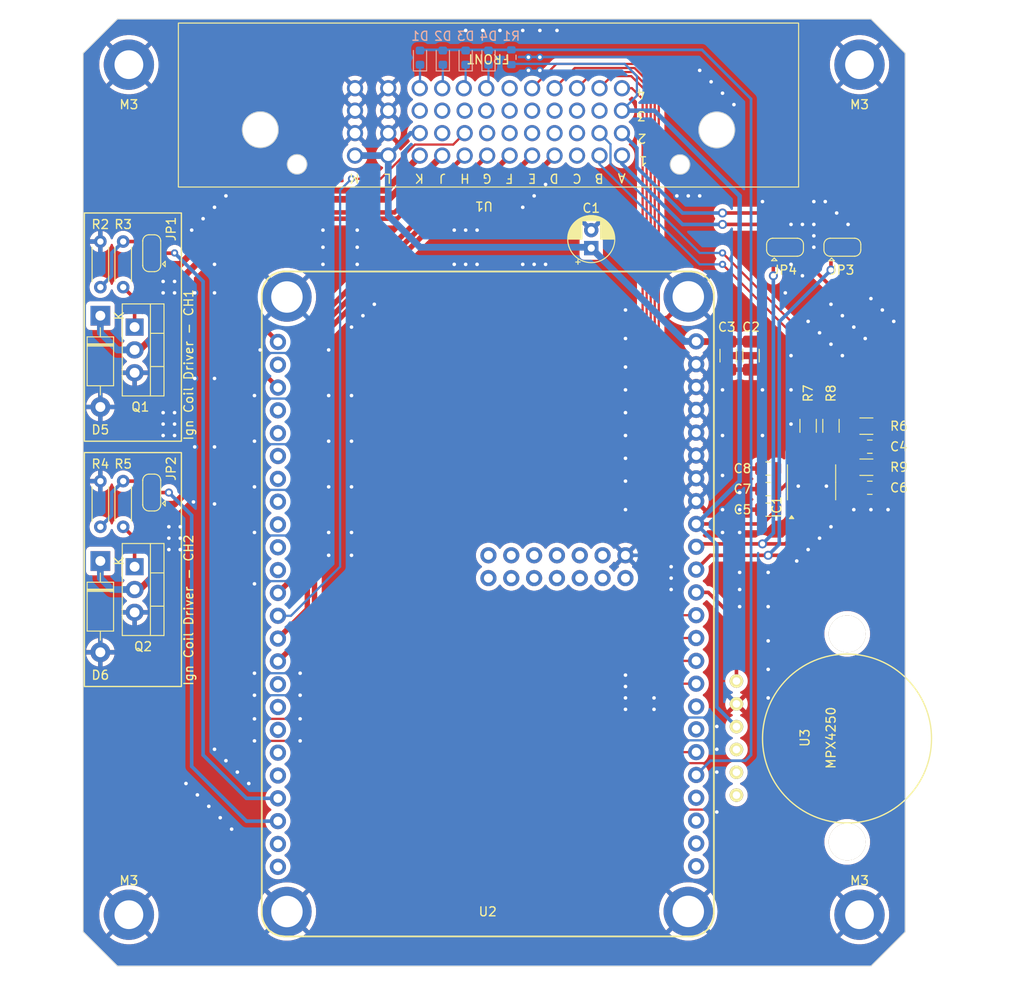
<source format=kicad_pcb>
(kicad_pcb (version 20240108) (generator "pcbnew") (generator_version "8.0")
  (layers (0 "F.Cu" signal) (31 "B.Cu" signal) (34 "B.Paste" user) (35 "F.Paste" user) (36 "B.SilkS" user "B.Silkscreen") (37 "F.SilkS" user "F.Silkscreen") (38 "B.Mask" user) (39 "F.Mask" user) (44 "Edge.Cuts" user))
  (net 0 "")
  (net 1 "BIKE_+12V_SWITCHED_IN")
  (net 2 "BIKE_GROUND")
  (net 3 "Net-(IC1-IN1+)")
  (net 4 "Net-(IC1-IN1-)")
  (net 5 "SNSR_+5V")
  (net 6 "Net-(IC1-IN2-)")
  (net 7 "Net-(IC1-IN2+)")
  (net 8 "IGN_COIL1_DRIVE")
  (net 9 "IGN_COIL2_DRIVE")
  (net 10 "SAFE_SIGNAL")
  (net 11 "SideStand_SWITCH")
  (net 12 "Neutral_SWITCH")
  (net 13 "Clutch_SWITCH")
  (net 14 "SPR1_SWITCH")
  (net 15 "Net-(JP1-B)")
  (net 16 "IGN_TRIG_1")
  (net 17 "IGN_TRIG_2")
  (net 18 "Net-(JP2-B)")
  (net 19 "Net-(JP3-B)")
  (net 20 "CRANK_SNSR")
  (net 21 "CRANK_SIGNAL")
  (net 22 "CAM_SIGNAL")
  (net 23 "CAM_SNSR")
  (net 24 "Net-(JP4-B)")
  (net 25 "Net-(Q1-G)")
  (net 26 "Net-(Q2-G)")
  (net 27 "CRANK_SNSR_VR-")
  (net 28 "CAM_SNSR_VR-")
  (net 29 "/INJ2_TRIG")
  (net 30 "/TACHO")
  (net 31 "/FLEX_SNSR")
  (net 32 "/FAN_CTL")
  (net 34 "/CLT_SNSR")
  (net 35 "/FUEL_PUMP")
  (net 36 "/NEUTRAL_LIGHT")
  (net 37 "SPR2_SWITCH")
  (net 39 "/TPS_SNSR")
  (net 40 "/IDLE_1")
  (net 41 "/IAT_SNSR")
  (net 43 "/INJ1_TRIG")
  (net 44 "/02_SNSR")
  (net 51 "IGN_TRIG_3")
  (net 61 "IGN_TRIG_4")
  (net 63 "NEUTRAL_SIGNAL")
  (net 65 "/INJ4_TRIG")
  (net 77 "/INJ3_TRIG")
  (net 79 "Net-(U2B-MAP_IN)")
  (footprint "Diode_THT:D_DO-41_SOD81_P10.16mm_Horizontal" (layer "F.Cu") (at 60.96 59.69 -90)
    (property "Reference" "D5")
    (property "Value" "1N4007")
  )
  (footprint "Resistor_SMD:R_1206_3216Metric" (layer "F.Cu") (at 146.179 71.9835 180)
    (property "Reference" "R6")
    (property "Value" "10k")
  )
  (footprint "Resistor_THT:R_Axial_DIN0204_L3.6mm_D1.6mm_P5.08mm_Horizontal" (layer "F.Cu") (at 63.5 83.185 90)
    (property "Reference" "R5")
    (property "Value" "1k")
  )
  (footprint "Resistor_THT:R_Axial_DIN0204_L3.6mm_D1.6mm_P5.08mm_Horizontal" (layer "F.Cu") (at 60.96 56.515 90)
    (property "Reference" "R2")
    (property "Value" "10k")
  )
  (footprint "Resistor_THT:R_Axial_DIN0204_L3.6mm_D1.6mm_P5.08mm_Horizontal" (layer "F.Cu") (at 63.5 56.515 90)
    (property "Reference" "R3")
    (property "Value" "1k")
  )
  (footprint "Resistor_SMD:R_1206_3216Metric" (layer "F.Cu") (at 139.7 71.9475 -90)
    (property "Reference" "R7")
    (property "Value" "10k")
  )
  (footprint "Jumper:SolderJumper-3_P1.3mm_Open_RoundedPad1.0x1.5mm" (layer "F.Cu") (at 66.675 52.735 90)
    (property "Reference" "JP1")
    (property "Value" "SolderJumper_3_Open" (hide yes))
  )
  (footprint "Resistor_SMD:R_1206_3216Metric" (layer "F.Cu") (at 142.24 71.9475 -90)
    (property "Reference" "R8")
    (property "Value" "10k")
  )
  (footprint "Capacitor_SMD:C_0805_2012Metric" (layer "F.Cu") (at 135.255 76.708 180)
    (property "Reference" "C8")
    (property "Value" "1uF")
  )
  (footprint "Capacitor_THT:CP_Radial_D5.0mm_P2.00mm" (layer "F.Cu") (at 115.57 52.165 90)
    (property "Reference" "C1")
    (property "Value" "10uF")
  )
  (footprint "MountingHole:MountingHole_3.2mm_M3_DIN965_Pad" (layer "F.Cu") (at 64.135 31.75)
    (property "Reference" "M3")
    (property "Value" "MountingHole_3.2mm_M3_DIN965_Pad")
  )
  (footprint "CORE4:Core4_rev1" (layer "F.Cu") (at 80.715 62.61)
    (property "Reference" "U2")
    (property "Value" "core4")
  )
  (footprint "Capacitor_SMD:C_0805_2012Metric" (layer "F.Cu") (at 135.255 78.994 180)
    (property "Reference" "C7")
    (property "Value" "100nF")
  )
  (footprint "Resistor_SMD:R_1206_3216Metric" (layer "F.Cu") (at 146.179 76.5555 180)
    (property "Reference" "R9")
    (property "Value" "10k")
  )
  (footprint "Capacitor_SMD:C_0805_2012Metric" (layer "F.Cu") (at 146.5605 78.8415)
    (property "Reference" "C6")
    (property "Value" "1nF")
  )
  (footprint "Capacitor_SMD:C_0805_2012Metric" (layer "F.Cu") (at 135.255 81.28 180)
    (property "Reference" "C5")
    (property "Value" "10nF")
  )
  (footprint "MountingHole:MountingHole_3.2mm_M3_DIN965_Pad" (layer "F.Cu") (at 64.135 126.365)
    (property "Reference" "M3")
    (property "Value" "MountingHole_3.2mm_M3_DIN965_Pad")
  )
  (footprint "Capacitor_SMD:C_1206_3216Metric_Pad1.33x1.80mm_HandSolder" (layer "F.Cu") (at 133.35 64.135 -90)
    (property "Reference" "C2")
    (property "Value" "100nF" (hide yes))
  )
  (footprint "Jumper:SolderJumper-3_P1.3mm_Open_RoundedPad1.0x1.5mm" (layer "F.Cu") (at 137.13 52.07)
    (property "Reference" "JP4")
    (property "Value" "CRANK - VR/Hall Selector")
  )
  (footprint "MountingHole:MountingHole_3.2mm_M3_DIN965_Pad" (layer "F.Cu") (at 145.415 31.75)
    (property "Reference" "M3")
    (property "Value" "MountingHole_3.2mm_M3_DIN965_Pad")
  )
  (footprint "Jumper:SolderJumper-3_P1.3mm_Open_RoundedPad1.0x1.5mm" (layer "F.Cu") (at 143.51 52.07)
    (property "Reference" "JP3")
    (property "Value" "CAM - VR/Hall Selector")
  )
  (footprint "Resistor_THT:R_Axial_DIN0204_L3.6mm_D1.6mm_P5.08mm_Horizontal" (layer "F.Cu") (at 60.96 83.185 90)
    (property "Reference" "R4")
    (property "Value" "10k")
  )
  (footprint "Package_TO_SOT_THT:TO-220-3_Vertical" (layer "F.Cu") (at 64.77 60.96 -90)
    (property "Reference" "Q1")
    (property "Value" "FGP3440G2-F085")
  )
  (footprint "Capacitor_SMD:C_0805_2012Metric" (layer "F.Cu") (at 146.5605 74.2695 180)
    (property "Reference" "C4")
    (property "Value" "1nF")
  )
  (footprint "Capacitor_SMD:C_1206_3216Metric_Pad1.33x1.80mm_HandSolder" (layer "F.Cu") (at 130.805 64.135 -90)
    (property "Reference" "C3")
    (property "Value" "1nF")
  )
  (footprint "Molex_CMC_Conn:Molex_CMC_48pin_Male_Black" (layer "F.Cu") (at 104.14 26.67 180)
    (property "Reference" "U1")
    (property "Value" "~")
  )
  (footprint "Jumper:SolderJumper-3_P1.3mm_Open_RoundedPad1.0x1.5mm" (layer "F.Cu") (at 66.675 79.375 90)
    (property "Reference" "JP2")
    (property "Value" "SolderJumper_3_Open" (hide yes))
  )
  (footprint "Diode_THT:D_DO-41_SOD81_P10.16mm_Horizontal" (layer "F.Cu") (at 60.96 86.995 -90)
    (property "Reference" "D6")
    (property "Value" "1N4007")
  )
  (footprint "Package_TO_SOT_THT:TO-220-3_Vertical" (layer "F.Cu") (at 64.77 87.63 -90)
    (property "Reference" "Q2")
    (property "Value" "FGP3440G2-F085")
  )
  (footprint "Package_SO:QSOP-16_3.9x4.9mm_P0.635mm" (layer "F.Cu") (at 140.081 78.236 90)
    (property "Reference" "IC1")
    (property "Value" "MAX9926UAEE_V+")
  )
  (footprint "MountingHole:MountingHole_3.2mm_M3_DIN965_Pad" (layer "F.Cu") (at 145.415 126.365)
    (property "Reference" "M3")
    (property "Value" "MountingHole_3.2mm_M3_DIN965_Pad")
  )
  (footprint "Misc:MPX4250" (layer "F.Cu") (at 131.726437 100.355 -90)
    (property "Reference" "U3")
    (property "Value" "MPX4250")
  )
  (footprint "Diode_SMD:D_0603_1608Metric" (layer "B.Cu") (at 104.14 30.9625 90)
    (property "Reference" "D4")
    (property "Value" "D")
  )
  (footprint "Diode_SMD:D_0603_1608Metric" (layer "B.Cu") (at 96.52 30.9625 90)
    (property "Reference" "D1")
    (property "Value" "D")
  )
  (footprint "Resistor_SMD:R_0603_1608Metric" (layer "B.Cu") (at 106.68 30.925 90)
    (property "Reference" "R1")
    (property "Value" "100k")
  )
  (footprint "Diode_SMD:D_0603_1608Metric" (layer "B.Cu") (at 99.06 30.9625 90)
    (property "Reference" "D2")
    (property "Value" "D")
  )
  (footprint "Diode_SMD:D_0603_1608Metric" (layer "B.Cu") (at 101.6 30.9625 90)
    (property "Reference" "D3")
    (property "Value" "D")
  )
  (gr_rect (start 59.182 48.26) (end 69.977 73.66) (stroke (width 0.15)) (fill none) (layer "F.SilkS"))
  (gr_rect (start 59.182 74.93) (end 69.977 100.965) (stroke (width 0.15)) (fill none) (layer "F.SilkS"))
  (gr_line (start 150.495 128.27) (end 146.685 132.08) (stroke (width 0.1)) (layer "Edge.Cuts"))
  (gr_line (start 62.865 26.67) (end 146.685 26.67) (stroke (width 0.1)) (layer "Edge.Cuts"))
  (gr_circle (center 125.446691 42.860983) (end 126.426499 43.335223) (stroke (width 0.1)) (fill none) (layer "Edge.Cuts"))
  (gr_line (start 62.865 26.67) (end 59.055 30.48) (stroke (width 0.1)) (layer "Edge.Cuts"))
  (gr_line (start 146.685 132.08) (end 62.865 132.08) (stroke (width 0.1)) (layer "Edge.Cuts"))
  (gr_line (start 59.055 128.27) (end 62.865 132.08) (stroke (width 0.1)) (layer "Edge.Cuts"))
  (gr_line (start 59.055 30.48) (end 59.055 128.27) (stroke (width 0.1)) (layer "Edge.Cuts"))
  (gr_circle (center 78.75339 38.990331) (end 77.664847 40.665546) (stroke (width 0.1)) (fill none) (layer "Edge.Cuts"))
  (gr_circle (center 129.538163 39.01128) (end 130.626706 40.686495) (stroke (width 0.1)) (fill none) (layer "Edge.Cuts"))
  (gr_line (start 146.685 26.67) (end 150.495 30.48) (stroke (width 0.1)) (layer "Edge.Cuts"))
  (gr_line (start 150.495 30.48) (end 150.495 128.27) (stroke (width 0.1)) (layer "Edge.Cuts"))
  (gr_circle (center 82.844862 42.840034) (end 81.865054 43.314274) (stroke (width 0.1)) (fill none) (layer "Edge.Cuts"))
  (gr_text "Ign Coil Driver - CH2" (at 71.374 100.965 90) (layer "F.SilkS") (effects (font (size 1 1)) (justify left bottom)))
  (gr_text "Ign Coil Driver - CH1" (at 71.374 73.66 90) (layer "F.SilkS") (effects (font (size 1 1)) (justify left bottom)))
  (segment (start 130.805 62.5725) (end 133.345 62.5725) (width 0.75) (layer "F.Cu") (net 1))
  (segment (start 96.49 39.4) (end 96.49 39.37) (width 0.75) (layer "F.Cu") (net 1))
  (segment (start 127.2675 62.5725) (end 127.245 62.55) (width 0.75) (layer "F.Cu") (net 1))
  (segment (start 130.805 62.5725) (end 127.2675 62.5725) (width 0.75) (layer "F.Cu") (net 1))
  (segment (start 115.57 52.165) (end 125.955 62.55) (width 0.75) (layer "B.Cu") (net 1))
  (segment (start 92.99 41.87) (end 92.99 48.54) (width 0.75) (layer "B.Cu") (net 1))
  (segment (start 115.475 52.07) (end 115.57 52.165) (width 0.75) (layer "B.Cu") (net 1))
  (segment (start 92.99 41.87) (end 89.29 41.87) (width 0.75) (layer "B.Cu") (net 1))
  (segment (start 95.49 39.37) (end 96.49 39.37) (width 0.5) (layer "B.Cu") (net 1))
  (segment (start 125.955 62.55) (end 127.245 62.55) (width 0.75) (layer "B.Cu") (net 1))
  (segment (start 92.99 48.54) (end 96.52 52.07) (width 0.75) (layer "B.Cu") (net 1))
  (segment (start 92.99 41.87) (end 95.49 39.37) (width 0.5) (layer "B.Cu") (net 1))
  (segment (start 96.52 52.07) (end 115.475 52.07) (width 0.75) (layer "B.Cu") (net 1))
  (segment (start 139.7635 77.5035) (end 139.7635 75.5985) (width 0.25) (layer "F.Cu") (net 2))
  (segment (start 129.54 110.49) (end 128.545 109.495) (width 0.25) (layer "F.Cu") (net 2))
  (segment (start 141.732 78.6635) (end 141.0335 77.965) (width 0.25) (layer "F.Cu") (net 2))
  (segment (start 122.555 102.235) (end 122.825 101.965) (width 0.25) (layer "F.Cu") (net 2))
  (segment (start 124.735 109.495) (end 119.38 104.14) (width 0.25) (layer "F.Cu") (net 2))
  (segment (start 128.545 109.495) (end 124.735 109.495) (width 0.25) (layer "F.Cu") (net 2))
  (segment (start 129.54 114.935) (end 129.27 114.665) (width 0.25) (layer "F.Cu") (net 2))
  (segment (start 138.768499 82.046) (end 139.1285 81.685999) (width 0.25) (layer "F.Cu") (net 2))
  (segment (start 141.0335 77.965) (end 141.0335 75.5985) (width 0.25) (layer "F.Cu") (net 2))
  (segment (start 142.3035 79.235) (end 142.3035 80.8735) (width 0.25) (layer "F.Cu") (net 2))
  (segment (start 138.6035 78.6635) (end 139.7635 77.5035) (width 0.25) (layer "F.Cu") (net 2))
  (segment (start 141.732 78.6635) (end 141.0335 79.362) (width 0.25) (layer "F.Cu") (net 2))
  (segment (start 139.1285 81.685999) (end 139.1285 80.8735) (width 0.25) (layer "F.Cu") (net 2))
  (segment (start 119.38 104.14) (end 119.38 103.505) (width 0.25) (layer "F.Cu") (net 2))
  (segment (start 129.27 114.665) (end 125.46 114.665) (width 0.25) (layer "F.Cu") (net 2))
  (segment (start 137.8585 79.4085) (end 137.8585 80.8735) (width 0.25) (layer "F.Cu") (net 2))
  (segment (start 78.105 104.565) (end 83.185 104.565) (width 0.25) (layer "F.Cu") (net 2))
  (segment (start 119.38 108.585) (end 119.38 103.505) (width 0.25) (layer "F.Cu") (net 2))
  (segment (start 141.732 78.6635) (end 142.3035 79.235) (width 0.25) (layer "F.Cu") (net 2))
  (segment (start 83.185 107.015) (end 78.105 107.015) (width 0.25) (layer "F.Cu") (net 2))
  (segment (start 141.0335 79.362) (end 141.0335 80.8735) (width 0.25) (layer "F.Cu") (net 2))
  (segment (start 137.8585 80.8735) (end 137.8585 81.685999) (width 0.25) (layer "F.Cu") (net 2))
  (segment (start 137.8585 81.685999) (end 138.218501 82.046) (width 0.25) (layer "F.Cu") (net 2))
  (segment (start 138.6035 78.6635) (end 137.8585 79.4085) (width 0.25) (layer "F.Cu") (net 2))
  (segment (start 125.46 114.665) (end 119.38 108.585) (width 0.25) (layer "F.Cu") (net 2))
  (segment (start 138.218501 82.046) (end 138.768499 82.046) (width 0.25) (layer "F.Cu") (net 2))
  (via (at 147.955 59.055) (size 0.8) (drill 0.4) (layers "F.Cu" "B.Cu") (net 2))
  (via (at 139.065 55.245) (size 0.8) (drill 0.4) (layers "F.Cu" "B.Cu") (net 2))
  (via (at 109.22 53.975) (size 0.8) (drill 0.4) (layers "F.Cu" "B.Cu") (net 2))
  (via (at 141.732 78.6635) (size 0.8) (drill 0.4) (layers "F.Cu" "B.Cu") (net 2))
  (via (at 67.945 57.15) (size 0.8) (drill 0.4) (layers "F.Cu" "B.Cu") (net 2))
  (via (at 69.85 83.185) (size 0.8) (drill 0.4) (layers "F.Cu" "B.Cu") (net 2))
  (via (at 127.635 32.385) (size 0.8) (drill 0.4) (layers "F.Cu" "B.Cu") (net 2))
  (via (at 132.08 92.075) (size 0.8) (drill 0.4) (layers "F.Cu" "B.Cu") (net 2))
  (via (at 141.605 46.99) (size 0.8) (drill 0.4) (layers "F.Cu" "B.Cu") (net 2))
  (via (at 86.36 63.5) (size 0.8) (drill 0.4) (layers "F.Cu" "B.Cu") (net 2))
  (via (at 69.215 57.15) (size 0.8) (drill 0.4) (layers "F.Cu" "B.Cu") (net 2))
  (via (at 78.105 68.58) (size 0.8) (drill 0.4) (layers "F.Cu" "B.Cu") (net 2))
  (via (at 111.76 27.94) (size 0.8) (drill 0.4) (layers "F.Cu" "B.Cu") (net 2))
  (via (at 124.46 88.9) (size 0.8) (drill 0.4) (layers "F.Cu" "B.Cu") (net 2))
  (via (at 134.62 73.025) (size 0.8) (drill 0.4) (layers "F.Cu" "B.Cu") (net 2))
  (via (at 144.145 49.53) (size 0.8) (drill 0.4) (layers "F.Cu" "B.Cu") (net 2))
  (via (at 78.105 83.82) (size 0.8) (drill 0.4) (layers "F.Cu" "B.Cu") (net 2))
  (via (at 74.295 115.57) (size 0.8) (drill 0.4) (layers "F.Cu" "B.Cu") (net 2))
  (via (at 109.852055 30.918844) (size 0.8) (drill 0.4) (layers "F.Cu" "B.Cu") (net 2))
  (via (at 146.685 57.785) (size 0.8) (drill 0.4) (layers "F.Cu" "B.Cu") (net 2))
  (via (at 119.38 75.565) (size 0.8) (drill 0.4) (layers "F.Cu" "B.Cu") (net 2))
  (via (at 129.54 110.49) (size 0.8) (drill 0.4) (layers "F.Cu" "B.Cu") (net 2))
  (via (at 130.175 77.47) (size 0.8) (drill 0.4) (layers "F.Cu" "B.Cu") (net 2))
  (via (at 71.46 74.295) (size 0.8) (drill 0.4) (layers "F.Cu" "B.Cu") (net 2))
  (via (at 135.255 102.235) (size 0.8) (drill 0.4) (layers "F.Cu" "B.Cu") (net 2))
  (via (at 137.16 57.15) (size 0.8) (drill 0.4) (layers "F.Cu" "B.Cu") (net 2))
  (via (at 130.175 73.025) (size 0.8) (drill 0.4) (layers "F.Cu" "B.Cu") (net 2))
  (via (at 78.105 73.66) (size 0.8) (drill 0.4) (layers "F.Cu" "B.Cu") (net 2))
  (via (at 88.9 78.74) (size 0.8) (drill 0.4) (layers "F.Cu" "B.Cu") (net 2))
  (via (at 146.05 62.23) (size 0.8) (drill 0.4) (layers "F.Cu" "B.Cu") (net 2))
  (via (at 119.38 65.405) (size 0.8) (drill 0.4) (layers "F.Cu" "B.Cu") (net 2))
  (via (at 142.24 62.865) (size 0.8) (drill 0.4) (layers "F.Cu" "B.Cu") (net 2))
  (via (at 75.565 116.84) (size 0.8) (drill 0.4) (layers "F.Cu" "B.Cu") (net 2))
  (via (at 135.255 88.265) (size 0.8) (drill 0.4) (layers "F.Cu" "B.Cu") (net 2))
  (via (at 135.255 92.075) (size 0.8) (drill 0.4) (layers "F.Cu" "B.Cu") (net 2))
  (via (at 78.105 107.015) (size 0.8) (drill 0.4) (layers "F.Cu" "B.Cu") (net 2))
  (via (at 73.66 66.675) (size 0.8) (drill 0.4) (layers "F.Cu" "B.Cu") (net 2))
  (via (at 110.49 45.085) (size 0.8) (drill 0.4) (layers "F.Cu" "B.Cu") (net 2))
  (via (at 73.66 74.295) (size 0.8) (drill 0.4) (layers "F.Cu" "B.Cu") (net 2))
  (via (at 129.54 114.935) (size 0.8) (drill 0.4) (layers "F.Cu" "B.Cu") (net 2))
  (via (at 132.08 81.28) (size 0.8) (drill 0.4) (layers "F.Cu" "B.Cu") (net 2))
  (via (at 142.24 83.185) (size 0.8) (drill 0.4) (layers "F.Cu" "B.Cu") (net 2))
  (via (at 86.36 78.74) (size 0.8) (drill 0.4) (layers "F.Cu" "B.Cu") (net 2))
  (via (at 119.38 73.025) (size 0.8) (drill 0.4) (layers "F.Cu" "B.Cu") (net 2))
  (via (at 72.39 48.895) (size 0.8) (drill 0.4) (layers "F.Cu" "B.Cu") (net 2))
  (via (at 71.12 50.165) (size 0.8) (drill 0.4) (layers "F.Cu" "B.Cu") (net 2))
  (via (at 142.875 48.26) (size 0.8) (drill 0.4) (layers "F.Cu" "B.Cu") (net 2))
  (via (at 67.945 73.025) (size 0.8) (drill 0.4) (layers "F.Cu" "B.Cu") (net 2))
  (via (at 137.795 71.755) (size 0.8) (drill 0.4) (layers "F.Cu" "B.Cu") (net 2))
  (via (at 144.78 81.28) (size 0.8) (drill 0.4) (layers "F.Cu" "B.Cu") (net 2))
  (via (at 83.185 101.935) (size 0.8) (drill 0.4) (layers "F.Cu" "B.Cu") (net 2))
  (via (at 130.175 81.28) (size 0.8) (drill 0.4) (layers "F.Cu" "B.Cu") (net 2))
  (via (at 140.335 50.8) (size 0.8) (drill 0.4) (layers "F.Cu" "B.Cu") (net 2))
  (via (at 78.105 78.74) (size 0.8) (drill 0.4) (layers "F.Cu" "B.Cu") (net 2))
  (via (at 122.555 103.505) (size 0.8) (drill 0.4) (layers "F.Cu" "B.Cu") (net 2))
  (via (at 69.85 85.725) (size 0.8) (drill 0.4) (layers "F.Cu" "B.Cu") (net 2))
  (via (at 124.46 90.17) (size 0.8) (drill 0.4) (layers "F.Cu" "B.Cu") (net 2))
  (via (at 68.58 84.455) (size 0.8) (drill 0.4) (layers "F.Cu" "B.Cu") (net 2))
  (via (at 125.095 46.355) (size 0.8) (drill 0.4) (layers "F.Cu" "B.Cu") (net 2))
  (via (at 101.6 50.165) (size 0.8) (drill 0.4) (layers "F.Cu" "B.Cu") (net 2))
  (via (at 88.9 60.96) (size 0.8) (drill 0.4) (layers "F.Cu" "B.Cu") (net 2))
  (via (at 89.535 52.07) (size 0.8) (drill 0.4) (layers "F.Cu" "B.Cu") (net 2))
  (via (at 128.905 33.655) (size 0.8) (drill 0.4) (layers "F.Cu" "B.Cu") (net 2))
  (via (at 139.065 49.53) (size 0.8) (drill 0.4) (layers "F.Cu" "B.Cu") (net 2))
  (via (at 138.43 86.995) (size 0.8) (drill 0.4) (layers "F.Cu" "B.Cu") (net 2))
  (via (at 132.08 90.17) (size 0.8) (drill 0.4) (layers "F.Cu" "B.Cu") (net 2))
  (via (at 140.335 46.99) (size 0.8) (drill 0.4) (layers "F.Cu" "B.Cu") (net 2))
  (via (at 69.215 70.485) (size 0.8) (drill 0.4) (layers "F.Cu" "B.Cu") (net 2))
  (via (at 140.97 61.595) (size 0.8) (drill 0.4) (layers "F.Cu" "B.Cu") (net 2))
  (via (at 74.93 109.22) (size 0.8) (drill 0.4) (layers "F.Cu" "B.Cu") (net 2))
  (via (at 70.485 111.76) (size 0.8) (drill 0.4) (layers "F.Cu" "B.Cu") (net 2))
  (via (at 77.47 111.76) (size 0.8) (drill 0.4) (layers "F.Cu" "B.Cu") (net 2))
  (via (at 110.49 53.975) (size 0.8) (drill 0.4) (layers "F.Cu" "B.Cu") (net 2))
  (via (at 67.945 55.88) (size 0.8) (drill 0.4) (layers "F.Cu" "B.Cu") (net 2))
  (via (at 135.255 99.06) (size 0.8) (drill 0.4) (layers "F.Cu" "B.Cu") (net 2))
  (via (at 103.505 27.94) (size 0.8) (drill 0.4) (layers "F.Cu" "B.Cu") (net 2))
  (via (at 69.215 55.88) (size 0.8) (drill 0.4) (layers "F.Cu" "B.Cu") (net 2))
  (via (at 102.87 53.975) (size 0.8) (drill 0.4) (layers "F.Cu" "B.Cu") (net 2))
  (via (at 78.105 89.535) (size 0.8) (drill 0.4) (layers "F.Cu" "B.Cu") (net 2))
  (via (at 137.795 49.53) (size 0.8) (drill 0.4) (layers "F.Cu" "B.Cu") (net 2))
  (via (at 140.97 84.455) (size 0.8) (drill 0.4) (layers "F.Cu" "B.Cu") (net 2))
  (via (at 143.51 64.135) (size 0.8) (drill 0.4) (layers "F.Cu" "B.Cu") (net 2))
  (via (at 68.58 85.725) (size 0.8) (drill 0.4) (layers "F.Cu" "B.Cu") (net 2))
  (via (at 119.38 62.23) (size 0.8) (drill 0.4) (layers "F.Cu" "B.Cu") (net 2))
  (via (at 130.175 83.82) (size 0.8) (drill 0.4) (layers "F.Cu" "B.Cu") (net 2))
  (via (at 100.33 50.165) (size 0.8) (drill 0.4) (layers "F.Cu" "B.Cu") (net 2))
  (via (at 83.185 99.485) (size 0.8) (drill 0.4) (layers "F.Cu" "B.Cu") (net 2))
  (via (at 73.66 80.645) (size 0.8) (drill 0.4) (layers "F.Cu" "B.Cu") (net 2))
  (via (at 107.95 53.975) (size 0.8) (drill 0.4) (layers "F.Cu" "B.Cu") (net 2))
  (via (at 107.95 47.625) (size 0.8) (drill 0.4) (layers "F.Cu" "B.Cu") (net 2))
  (via (at 85.725 52.07) (size 0.8) (drill 0.4) (layers "F.Cu" "B.Cu") (net 2))
  (via (at 73.66 107.95) (size 0.8) (drill 0.4) (layers "F.Cu" "B.Cu") (net 2))
  (via (at 119.38 59.055) (size 0.8) (drill 0.4) (layers "F.Cu" "B.Cu") (net 2))
  (via (at 138.6035 78.6635) (size 0.8) (drill 0.4) (layers "F.Cu" "B.Cu") (net 2))
  (via (at 137.795 67.945) (size 0.8) (drill 0.4) (layers "F.Cu" "B.Cu") (net 2))
  (via (at 135.255 95.885) (size 0.8) (drill 0.4) (layers "F.Cu" "B.Cu") (net 2))
  (via (at 140.335 49.53) (size 0.8) (drill 0.4) (layers "F.Cu" "B.Cu") (net 2))
  (via (at 143.51 59.69) (size 0.8) (drill 0.4) (layers "F.Cu" "B.Cu") (net 2))
  (via (at 73.66 53.975) (size 0.8) (drill 0.4) (layers "F.Cu" "B.Cu") (net 2))
  (via (at 67.945 71.755) (size 0.8) (drill 0.4) (layers "F.Cu" "B.Cu") (net 2))
  (via (at 100.33 53.975) (size 0.8) (drill 0.4) (layers "F.Cu" "B.Cu") (net 2))
  (via (at 119.38 102.235) (size 0.8) (drill 0.4) (layers "F.Cu" "B.Cu") (net 2))
  (via (at 69.215 73.025) (size 0.8) (drill 0.4) (layers "F.Cu" "B.Cu") (net 2))
  (via (at 73.025 114.3) (size 0.8) (drill 0.4) (layers "F.Cu" "B.Cu") (net 2))
  (via (at 71.317604 80.420449) (size 0.8) (drill 0.4) (layers "F.Cu" "B.Cu") (net 2))
  (via (at 126.365 46.355) (size 0.8) (drill 0.4) (layers "F.Cu" "B.Cu") (net 2))
  (via (at 131.445 36.195) (size 0.8) (drill 0.4) (layers "F.Cu" "B.Cu") (net 2))
  (via (at 78.105 104.565) (size 0.8) (drill 0.4) (layers "F.Cu" "B.Cu") (net 2))
  (via (at 109.22 46.355) (size 0.8) (drill 0.4) (layers "F.Cu" "B.Cu") (net 2))
  (via (at 148.59 81.28) (size 0.8) (drill 0.4) (layers "F.Cu" "B.Cu") (net 2))
  (via (at 119.38 70.485) (size 0.8) (drill 0.4) (layers "F.Cu" "B.Cu") (net 2))
  (via (at 83.185 107.015) (size 0.8) (drill 0.4) (layers "F.Cu" "B.Cu") (net 2))
  (via (at 108.582055 30.918844) (size 0.8) (drill 0.4) (layers "F.Cu" "B.Cu") (net 2))
  (via (at 119.38 78.105) (size 0.8) (drill 0.4) (layers "F.Cu" "B.Cu") (net 2))
  (via (at 69.85 84.455) (size 0.8) (drill 0.4) (layers "F.Cu" "B.Cu") (net 2))
  (via (at 108.585 32.385) (size 0.8) (drill 0.4) (layers "F.Cu" "B.Cu") (net 2))
  (via (at 88.9 68.58) (size 0.8) (drill 0.4) (layers "F.Cu" "B.Cu") (net 2))
  (via (at 119.38 100.965) (size 0.8) (drill 0.4) (layers "F.Cu" "B.Cu") (net 2))
  (via (at 91.44 58.42) (size 0.8) (drill 0.4) (layers "F.Cu" "B.Cu") (net 2))
  (via (at 86.36 73.66) (size 0.8) (drill 0.4) (layers "F.Cu" "B.Cu") (net 2))
  (via (at 78.105 101.935) (size 0.8) (drill 0.4) (layers "F.Cu" "B.Cu") (net 2))
  (via (at 71.755 113.03) (size 0.8) (drill 0.4) (layers "F.Cu" "B.Cu") (net 2))
  (via (at 85.725 53.975) (size 0.8) (drill 0.4) (layers "F.Cu" "B.Cu") (net 2))
  (via (at 74.93 46.355) (size 0.8) (drill 0.4) (layers "F.Cu" "B.Cu") (net 2))
  (via (at 137.795 64.135) (size 0.8) (drill 0.4) (layers "F.Cu" "B.Cu") (net 2))
  (via (at 119.38 103.505) (size 0.8) (drill 0.4) (layers "F.Cu" "B.Cu") (net 2))
  (via (at 124.46 87.63) (size 0.8) (drill 0.4) (layers "F.Cu" "B.Cu") (net 2))
  (via (at 88.9 83.82) (size 0.8) (drill 0.4) (layers "F.Cu" "B.Cu") (net 2))
  (via (at 129.54 107.95) (size 0.8) (drill 0.4) (layers "F.Cu" "B.Cu") (net 2))
  (via (at 89.535 50.165) (size 0.8) (drill 0.4) (layers "F.Cu" "B.Cu") (net 2))
  (via (at 134.62 46.99) (size 0.8) (drill 0.4) (layers "F.Cu" "B.Cu") (net 2))
  (via (at 101.6 53.975) (size 0.8) (drill 0.4) (layers "F.Cu" "B.Cu") (net 2))
  (via (at 73.66 57.15) (size 0.8) (drill 0.4) (layers "F.Cu" "B.Cu") (net 2))
  (via (at 130.175 34.925) (size 0.8) (drill 0.4) (layers "F.Cu" "B.Cu") (net 2))
  (via (at 132.08 88.265) (size 0.8) (drill 0.4) (layers "F.Cu" "B.Cu") (net 2))
  (via (at 149.225 60.325) (size 0.8) (drill 0.4) (layers "F.Cu" "B.Cu") (net 2))
  (via (at 78.74 63.5) (size 0.8) (drill 0.4) (layers "F.Cu" "B.Cu") (net 2))
  (via (at 86.36 83.82) (size 0.8) (drill 0.4) (layers "F.Cu" "B.Cu") (net 2))
  (via (at 139.7 60.325) (size 0.8) (drill 0.4) (layers "F.Cu" "B.Cu") (net 2))
  (via (at 140.335 52.07) (size 0.8) (drill 0.4) (layers "F.Cu" "B.Cu") (net 2))
  (via (at 86.36 86.36) (size 0.8) (drill 0.4) (layers "F.Cu" "B.Cu") (net 2))
  (via (at 144.78 60.96) (size 0.8) (drill 0.4) (layers "F.Cu" "B.Cu") (net 2))
  (via (at 69.215 71.755) (size 0.8) (drill 0.4) (layers "F.Cu" "B.Cu") (net 2))
  (via (at 132.08 83.82) (size 0.8) (drill 0.4) (layers "F.Cu" "B.Cu") (net 2))
  (via (at 137.795 53.975) (size 0.8) (drill 0.4) (layers "F.Cu" "B.Cu") (net 2))
  (via (at 90.17 59.69) (size 0.8) (drill 0.4) (layers "F.Cu" "B.Cu") (net 2))
  (via (at 119.38 81.28) (size 0.8) (drill 0.4) (layers "F.Cu" "B.Cu") (net 2))
  (via (at 109.855 32.385) (size 0.8) (drill 0.4) (layers "F.Cu" "B.Cu") (net 2))
  (via (at 105.41 27.94) (size 0.8) (drill 0.4) (layers "F.Cu" "B.Cu") (net 2))
  (via (at 122.555 102.235) (size 0.8) (drill 0.4) (layers "F.Cu" "B.Cu") (net 2))
  (via (at 132.08 79.375) (size 0.8) (drill 0.4) (layers "F.Cu" "B.Cu") (net 2))
  (via (at 71.46 57.15) (size 0.8) (drill 0.4) (layers "F.Cu" "B.Cu") (net 2))
  (via (at 109.855 27.94) (size 0.8) (drill 0.4) (layers "F.Cu" "B.Cu") (net 2))
  (via (at 67.945 70.485) (size 0.8) (drill 0.4) (layers "F.Cu" "B.Cu") (net 2))
  (via (at 88.9 73.66) (size 0.8) (drill 0.4) (layers "F.Cu" "B.Cu") (net 2))
  (via (at 71.46 66.675927) (size 0.8) (drill 0.4) (layers "F.Cu" "B.Cu") (net 2))
  (via (at 89.535 53.975) (size 0.8) (drill 0.4) (layers "F.Cu" "B.Cu") (net 2))
  (via (at 129.54 105.41) (size 0.8) (drill 0.4) (layers "F.Cu" "B.Cu") (net 2))
  (via (at 107.95 27.94) (size 0.8) (drill 0.4) (layers "F.Cu" "B.Cu") (net 2))
  (via (at 130.175 67.945) (size 0.8) (drill 0.4) (layers "F.Cu" "B.Cu") (net 2))
  (via (at 127.635 46.355) (size 0.8) (drill 0.4) (layers "F.Cu" "B.Cu") (net 2))
  (via (at 76.2 110.49) (size 0.8) (drill 0.4) (layers "F.Cu" "B.Cu") (net 2))
  (via (at 101.6 27.94) (size 0.8) (drill 0.4) (layers "F.Cu" "B.Cu") (net 2))
  (via (at 102.87 50.165) (size 0.8) (drill 0.4) (layers "F.Cu" "B.Cu") (net 2))
  (via (at 139.7 85.725) (size 0.8) (drill 0.4) (layers "F.Cu" "B.Cu") (net 2))
  (via (at 88.9 86.36) (size 0.8) (drill 0.4) (layers "F.Cu" "B.Cu") (net 2))
  (via (at 73.66 47.625) (size 0.8) (drill 0.4) (layers "F.Cu" "B.Cu") (net 2))
  (via (at 86.36 68.58) (size 0.8) (drill 0.4) (layers "F.Cu" "B.Cu") (net 2))
  (via (at 119.38 99.695) (size 0.8) (drill 0.4) (layers "F.Cu" "B.Cu") (net 2))
  (via (at 142.24 58.42) (size 0.8) (drill 0.4) (layers "F.Cu" "B.Cu") (net 2))
  (via (at 83.185 104.565) (size 0.8) (drill 0.4) (layers "F.Cu" "B.Cu") (net 2))
  (via (at 134.62 67.945) (size 0.8) (drill 0.4) (layers "F.Cu" "B.Cu") (net 2))
  (via (at 68.58 83.185) (size 0.8) (drill 0.4) (layers "F.Cu" "B.Cu") (net 2))
  (via (at 146.685 81.28) (size 0.8) (drill 0.4) (layers "F.Cu" "B.Cu") (net 2))
  (via (at 85.725 50.165) (size 0.8) (drill 0.4) (layers "F.Cu" "B.Cu") (net 2))
  (via (at 119.38 67.945) (size 0.8) (drill 0.4) (layers "F.Cu" "B.Cu") (net 2))
  (via (at 78.105 99.485) (size 0.8) (drill 0.4) (layers "F.Cu" "B.Cu") (net 2))
  (segment (start 78.105 78.74) (end 78.44 79.075) (width 0.25) (layer "B.Cu") (net 2))
  (segment (start 78.74 63.5) (end 79.075 63.835) (width 0.25) (layer "B.Cu") (net 2))
  (segment (start 86.025 84.155) (end 86.36 83.82) (width 0.25) (layer "B.Cu") (net 2))
  (segment (start 124.46 87.63) (end 122.174 85.344) (width 0.4) (layer "B.Cu") (net 2))
  (segment (start 83.485 89.235) (end 78.405 89.235) (width 0.25) (layer "B.Cu") (net 2))
  (segment (start 126.005 106.955) (end 122.555 103.505) (width 0.25) (layer "B.Cu") (net 2))
  (segment (start 86.025 68.915) (end 86.36 68.58) (width 0.25) (layer "B.Cu") (net 2))
  (segment (start 122.174 85.344) (end 120.391 85.344) (width 0.4) (layer "B.Cu") (net 2))
  (segment (start 86.025 79.075) (end 86.36 78.74) (width 0.25) (layer "B.Cu") (net 2))
  (segment (start 78.44 84.155) (end 86.025 84.155) (width 0.25) (layer "B.Cu") (net 2))
  (segment (start 123.825 102.235) (end 122.555 102.235) (width 0.25) (layer "B.Cu") (net 2))
  (segment (start 129.54 107.95) (end 128.545 106.955) (width 0.25) (layer "B.Cu") (net 2))
  (segment (start 78.105 83.82) (end 78.44 84.155) (width 0.25) (layer "B.Cu") (net 2))
  (segment (start 78.105 99.485) (end 83.185 99.485) (width 0.25) (layer "B.Cu") (net 2))
  (segment (start 121.412 86.36) (end 119.375 86.36) (width 0.4) (layer "B.Cu") (net 2))
  (segment (start 79.075 63.835) (end 86.025 63.835) (width 0.25) (layer "B.Cu") (net 2))
  (segment (start 86.36 86.36) (end 83.485 89.235) (width 0.25) (layer "B.Cu") (net 2))
  (segment (start 120.391 85.344) (end 119.375 86.36) (width 0.4) (layer "B.Cu") (net 2))
  (segment (start 124.46 90.17) (end 124.206 90.424) (width 0.4) (layer "B.Cu") (net 2))
  (segment (start 126.005 104.415) (end 123.825 102.235) (width 0.25) (layer "B.Cu") (net 2))
  (segment (start 123.439 90.424) (end 119.375 86.36) (width 0.4) (layer "B.Cu") (net 2))
  (segment (start 78.44 68.915) (end 86.025 68.915) (width 0.25) (layer "B.Cu") (net 2))
  (segment (start 78.405 89.235) (end 78.105 89.535) (width 0.25) (layer "B.Cu") (net 2))
  (segment (start 128.545 104.415) (end 126.005 104.415) (width 0.25) (layer "B.Cu") (net 2))
  (segment (start 128.545 106.955) (end 126.005 106.955) (width 0.25) (layer "B.Cu") (net 2))
  (segment (start 124.206 90.424) (end 123.439 90.424) (width 0.4) (layer "B.Cu") (net 2))
  (segment (start 78.44 79.075) (end 86.025 79.075) (width 0.25) (layer "B.Cu") (net 2))
  (segment (start 78.105 68.58) (end 78.44 68.915) (width 0.25) (layer "B.Cu") (net 2))
  (segment (start 86.025 73.995) (end 86.36 73.66) (width 0.25) (layer "B.Cu") (net 2))
  (segment (start 78.105 73.66) (end 78.44 73.995) (width 0.25) (layer "B.Cu") (net 2))
  (segment (start 78.44 73.995) (end 86.025 73.995) (width 0.25) (layer "B.Cu") (net 2))
  (segment (start 129.54 105.41) (end 128.545 104.415) (width 0.25) (layer "B.Cu") (net 2))
  (segment (start 123.952 88.9) (end 121.412 86.36) (width 0.4) (layer "B.Cu") (net 2))
  (segment (start 83.185 101.935) (end 78.105 101.935) (width 0.25) (layer "B.Cu") (net 2))
  (segment (start 124.46 88.9) (end 123.952 88.9) (width 0.4) (layer "B.Cu") (net 2))
  (segment (start 86.025 63.835) (end 86.36 63.5) (width 0.25) (layer "B.Cu") (net 2))
  (segment (start 145.2245 71.9835) (end 144.7165 71.9835) (width 0.25) (layer "F.Cu") (net 3))
  (segment (start 137.8585 73.4939) (end 137.8585 75.5985) (width 0.25) (layer "F.Cu") (net 3))
  (segment (start 139.3689 71.9835) (end 137.8585 73.4939) (width 0.25) (layer "F.Cu") (net 3))
  (segment (start 144.7165 71.9835) (end 139.3689 71.9835) (width 0.25) (layer "F.Cu") (net 3))
  (segment (start 147.5105 74.2695) (end 145.2245 71.9835) (width 0.25) (layer "F.Cu") (net 3))
  (segment (start 145.6105 74.2695) (end 144.9705 74.2695) (width 0.25) (layer "F.Cu") (net 4))
  (segment (start 138.4935 74.6165) (end 138.4935 75.5985) (width 0.25) (layer "F.Cu") (net 4))
  (segment (start 143.1925 72.4915) (end 140.6185 72.4915) (width 0.25) (layer "F.Cu") (net 4))
  (segment (start 140.6185 72.4915) (end 139.7 73.41) (width 0.25) (layer "F.Cu") (net 4))
  (segment (start 144.9705 74.2695) (end 143.1925 72.4915) (width 0.25) (layer "F.Cu") (net 4))
  (segment (start 139.7 73.41) (end 138.4935 74.6165) (width 0.25) (layer "F.Cu") (net 4))
  (segment (start 136.205 78.994) (end 136.705 78.994) (width 0.4) (layer "F.Cu") (net 5))
  (segment (start 136.705 78.994) (end 139.1285 76.5705) (width 0.4) (layer "F.Cu") (net 5))
  (segment (start 139.1285 76.5705) (end 139.1285 75.5985) (width 0.4) (layer "F.Cu") (net 5))
  (segment (start 134.615 82.87) (end 127.245 82.87) (width 0.4) (layer "F.Cu") (net 5))
  (segment (start 136.205 81.28) (end 136.205 76.708) (width 0.4) (layer "F.Cu") (net 5))
  (segment (start 136.205 81.28) (end 134.615 82.87) (width 0.4) (layer "F.Cu") (net 5))
  (segment (start 106.68 31.75) (end 106.77 31.66) (width 0.25) (layer "B.Cu") (net 5))
  (segment (start 120.65 33.02) (end 120.65 35.21) (width 0.25) (layer "B.Cu") (net 5))
  (segment (start 131.726437 105.435) (end 129.54 103.248563) (width 0.4) (layer "B.Cu") (net 5))
  (segment (start 129.54 103.248563) (end 129.54 85.165) (width 0.4) (layer "B.Cu") (net 5))
  (segment (start 122.595 36.87) (end 118.99 36.87) (width 0.5) (layer "B.Cu") (net 5))
  (segment (start 127.315 82.87) (end 132.08 78.105) (width 0.5) (layer "B.Cu") (net 5))
  (segment (start 129.54 85.165) (end 127.245 82.87) (width 0.4) (layer "B.Cu") (net 5))
  (segment (start 106.77 31.66) (end 119.29 31.66) (width 0.25) (layer "B.Cu") (net 5))
  (segment (start 132.08 78.105) (end 132.08 46.355) (width 0.5) (layer "B.Cu") (net 5))
  (segment (start 132.08 46.355) (end 122.595 36.87) (width 0.5) (layer "B.Cu") (net 5))
  (segment (start 119.29 31.66) (end 120.65 33.02) (width 0.25) (layer "B.Cu") (net 5))
  (segment (start 120.65 35.21) (end 118.99 36.87) (width 0.25) (layer "B.Cu") (net 5))
  (segment (start 141.6685 73.9815) (end 141.6685 75.5985) (width 0.25) (layer "F.Cu") (net 6))
  (segment (start 141.6685 76.410999) (end 141.6685 75.5985) (width 0.25) (layer "F.Cu") (net 6))
  (segment (start 144.099001 78.8415) (end 141.6685 76.410999) (width 0.25) (layer "F.Cu") (net 6))
  (segment (start 145.6105 78.8415) (end 144.099001 78.8415) (width 0.25) (layer "F.Cu") (net 6))
  (segment (start 142.24 73.41) (end 141.6685 73.9815) (width 0.25) (layer "F.Cu") (net 6))
  (segment (start 143.2605 76.5555) (end 142.3035 75.5985) (width 0.25) (layer "F.Cu") (net 7))
  (segment (start 145.2245 76.5555) (end 144.7165 76.5555) (width 0.25) (layer "F.Cu") (net 7))
  (segment (start 147.5105 78.8415) (end 145.2245 76.5555) (width 0.25) (layer "F.Cu") (net 7))
  (segment (start 144.7165 76.5555) (end 143.2605 76.5555) (width 0.25) (layer "F.Cu") (net 7))
  (segment (start 78.105 45.72) (end 92.71 45.72) (width 0.75) (layer "F.Cu") (net 8))
  (segment (start 69.85 53.975) (end 78.105 45.72) (width 0.75) (layer "F.Cu") (net 8))
  (segment (start 66.675 62.1575) (end 65.3325 63.5) (width 0.75) (layer "F.Cu") (net 8))
  (segment (start 66.4175 53.975) (end 69.85 53.975) (width 0.75) (layer "F.Cu") (net 8))
  (segment (start 66.4775 54.035) (end 66.4175 53.975) (width 0.6) (layer "F.Cu") (net 8))
  (segment (start 96.49 41.94) (end 96.49 41.87) (width 0.75) (layer "F.Cu") (net 8))
  (segment (start 66.675 54.035) (end 66.675 62.1575) (width 0.75) (layer "F.Cu") (net 8))
  (segment (start 65.3325 63.5) (end 64.77 63.5) (width 0.75) (layer "F.Cu") (net 8))
  (segment (start 92.71 45.72) (end 96.49 41.94) (width 0.75) (layer "F.Cu") (net 8))
  (segment (start 62.865 63.5) (end 64.77 63.5) (width 0.75) (layer "B.Cu") (net 8))
  (segment (start 60.96 61.595) (end 62.865 63.5) (width 0.75) (layer "B.Cu") (net 8))
  (segment (start 60.96 59.69) (end 60.96 61.595) (width 0.75) (layer "B.Cu") (net 8))
  (segment (start 78.840251 46.736) (end 93.037502 46.736) (width 0.75) (layer "F.Cu") (net 9))
  (segment (start 64.77 90.17) (end 65.3325 90.17) (width 0.75) (layer "F.Cu") (net 9))
  (segment (start 66.675 88.8275) (end 66.675 80.675) (width 0.75) (layer "F.Cu") (net 9))
  (segment (start 70.485 79.375) (end 70.485 55.091251) (width 0.75) (layer "F.Cu") (net 9))
  (segment (start 64.5975 90.17) (end 64.135 90.17) (width 0.65) (layer "F.Cu") (net 9))
  (segment (start 65.3325 90.17) (end 66.675 88.8275) (width 0.75) (layer "F.Cu") (net 9))
  (segment (start 93.037502 46.736) (end 95.958502 43.815) (width 0.75) (layer "F.Cu") (net 9))
  (segment (start 66.675 80.675) (end 69.185 80.675) (width 0.75) (layer "F.Cu") (net 9))
  (segment (start 66.645 80.675) (end 66.675 80.675) (width 0.65) (layer "F.Cu") (net 9))
  (segment (start 95.958502 43.815) (end 97.045 43.815) (width 0.75) (layer "F.Cu") (net 9))
  (segment (start 70.485 55.091251) (end 78.840251 46.736) (width 0.75) (layer "F.Cu") (net 9))
  (segment (start 97.045 43.815) (end 98.99 41.87) (width 0.75) (layer "F.Cu") (net 9))
  (segment (start 69.185 80.675) (end 70.485 79.375) (width 0.75) (layer "F.Cu") (net 9))
  (segment (start 60.96 86.995) (end 60.96 88.9) (width 0.75) (layer "B.Cu") (net 9))
  (segment (start 62.23 90.17) (end 64.77 90.17) (width 0.75) (layer "B.Cu") (net 9))
  (segment (start 60.96 88.9) (end 62.23 90.17) (width 0.75) (layer "B.Cu") (net 9))
  (segment (start 128.835 109.22) (end 127.245 110.81) (width 0.3) (layer "B.Cu") (net 10))
  (segment (start 127.89 30.1) (end 133.35 35.56) (width 0.3) (layer "B.Cu") (net 10))
  (segment (start 106.68 30.1) (end 127.89 30.1) (width 0.3) (layer "B.Cu") (net 10))
  (segment (start 133.35 35.56) (end 133.35 108.585) (width 0.3) (layer "B.Cu") (net 10))
  (segment (start 96.595 30.1) (end 96.52 30.175) (width 0.25) (layer "B.Cu") (net 10))
  (segment (start 106.68 30.1) (end 96.595 30.1) (width 0.3) (layer "B.Cu") (net 10))
  (segment (start 133.35 108.585) (end 132.715 109.22) (width 0.3) (layer "B.Cu") (net 10))
  (segment (start 132.715 109.22) (end 128.835 109.22) (width 0.3) (layer "B.Cu") (net 10))
  (segment (start 96.52 31.75) (end 96.52 34.34) (width 0.25) (layer "B.Cu") (net 11))
  (segment (start 96.52 34.34) (end 96.49 34.37) (width 0.25) (layer "B.Cu") (net 11))
  (segment (start 99.06 31.75) (end 99.06 34.3) (width 0.25) (layer "B.Cu") (net 12))
  (segment (start 99.06 34.3) (end 98.99 34.37) (width 0.25) (layer "B.Cu") (net 12))
  (segment (start 101.6 31.75) (end 101.6 34.16) (width 0.25) (layer "B.Cu") (net 13))
  (segment (start 101.6 34.16) (end 101.39 34.37) (width 0.25) (layer "B.Cu") (net 13))
  (segment (start 104.14 34.12) (end 103.89 34.37) (width 0.25) (layer "B.Cu") (net 14))
  (segment (start 104.14 31.75) (end 104.14 34.12) (width 0.25) (layer "B.Cu") (net 14))
  (segment (start 63.5 51.435) (end 66.3575 51.435) (width 0.4) (layer "F.Cu") (net 15))
  (segment (start 62.23 52.705) (end 62.23 55.245) (width 0.4) (layer "B.Cu") (net 15))
  (segment (start 63.5 51.435) (end 62.23 52.705) (width 0.4) (layer "B.Cu") (net 15))
  (segment (start 62.23 55.245) (end 60.96 56.515) (width 0.4) (layer "B.Cu") (net 15))
  (segment (start 69.215 52.705) (end 69.185 52.735) (width 0.4) (layer "F.Cu") (net 16))
  (segment (start 69.185 52.735) (end 66.3575 52.735) (width 0.4) (layer "F.Cu") (net 16))
  (via (at 69.215 52.705) (size 0.8) (drill 0.4) (layers "F.Cu" "B.Cu") (net 16))
  (segment (start 72.39 108.585) (end 77.215 113.41) (width 0.4) (layer "B.Cu") (net 16))
  (segment (start 72.39 55.88) (end 72.39 108.585) (width 0.4) (layer "B.Cu") (net 16))
  (segment (start 77.215 113.41) (end 80.715 113.41) (width 0.4) (layer "B.Cu") (net 16))
  (segment (start 69.215 52.705) (end 72.39 55.88) (width 0.4) (layer "B.Cu") (net 16))
  (segment (start 68.58 79.375) (end 66.675 79.375) (width 0.4) (layer "F.Cu") (net 17))
  (via (at 68.58 79.375) (size 0.9) (drill 0.5) (layers "F.Cu" "B.Cu") (net 17))
  (segment (start 71.12 109.855) (end 71.12 81.915) (width 0.4) (layer "B.Cu") (net 17))
  (segment (start 77.215 115.95) (end 71.12 109.855) (width 0.4) (layer "B.Cu") (net 17))
  (segment (start 80.715 115.95) (end 77.215 115.95) (width 0.4) (layer "B.Cu") (net 17))
  (segment (start 71.12 81.915) (end 68.58 79.375) (width 0.4) (layer "B.Cu") (net 17))
  (segment (start 66.645 78.105) (end 66.675 78.075) (width 0.4) (layer "F.Cu") (net 18))
  (segment (start 63.5 78.105) (end 66.645 78.105) (width 0.4) (layer "F.Cu") (net 18))
  (segment (start 62.23 81.915) (end 60.96 83.185) (width 0.4) (layer "B.Cu") (net 18))
  (segment (start 63.5 78.105) (end 62.23 79.375) (width 0.4) (layer "B.Cu") (net 18))
  (segment (start 62.23 79.375) (end 62.23 81.915) (width 0.4) (layer "B.Cu") (net 18))
  (segment (start 147.6415 76.5555) (end 149.225 74.972) (width 0.4) (layer "F.Cu") (net 19))
  (segment (start 144.81 58.176472) (end 144.81 52.07) (width 0.4) (layer "F.Cu") (net 19))
  (segment (start 149.225 62.591472) (end 144.81 58.176472) (width 0.4) (layer "F.Cu") (net 19))
  (segment (start 149.225 74.972) (end 149.225 62.591472) (width 0.4) (layer "F.Cu") (net 19))
  (segment (start 130.175 49.53) (end 135.89 49.53) (width 0.4) (layer "F.Cu") (net 20))
  (segment (start 135.89 49.53) (end 137.13 50.77) (width 0.4) (layer "F.Cu") (net 20))
  (segment (start 118.99 41.87) (end 118.745 42.115) (width 0.5) (layer "F.Cu") (net 20))
  (segment (start 137.13 50.77) (end 137.13 52.07) (width 0.4) (layer "F.Cu") (net 20))
  (via (at 130.175 49.53) (size 1) (drill 0.6) (layers "F.Cu" "B.Cu") (net 20))
  (segment (start 118.99 42.79) (end 125.73 49.53) (width 0.4) (layer "B.Cu") (net 20))
  (segment (start 125.73 49.53) (end 130.175 49.53) (width 0.4) (layer "B.Cu") (net 20))
  (segment (start 118.99 41.87) (end 118.99 42.79) (width 0.4) (layer "B.Cu") (net 20))
  (segment (start 127.565 85.09) (end 127.245 85.41) (width 0.4) (layer "F.Cu") (net 21))
  (segment (start 134.62 85.09) (end 127.565 85.09) (width 0.4) (layer "F.Cu") (net 21))
  (segment (start 134.62 85.09) (end 137.16 85.09) (width 0.4) (layer "F.Cu") (net 21))
  (segment (start 139.7635 82.4865) (end 139.7635 80.8735) (width 0.4) (layer "F.Cu") (net 21))
  (segment (start 135.83 55.245) (end 135.83 52.07) (width 0.4) (layer "F.Cu") (net 21))
  (segment (start 137.16 85.09) (end 139.7635 82.4865) (width 0.4) (layer "F.Cu") (net 21))
  (via (at 135.83 55.245) (size 1) (drill 0.6) (layers "F.Cu" "B.Cu") (net 21))
  (via (at 134.62 85.09) (size 1) (drill 0.6) (layers "F.Cu" "B.Cu") (net 21))
  (segment (start 134.62 85.09) (end 135.83 83.88) (width 0.4) (layer "B.Cu") (net 21))
  (segment (start 135.83 83.88) (end 135.83 55.245) (width 0.4) (layer "B.Cu") (net 21))
  (segment (start 142.24 52.1) (end 142.21 52.07) (width 0.4) (layer "F.Cu") (net 22))
  (segment (start 140.3985 83.1215) (end 140.3985 80.8735) (width 0.4) (layer "F.Cu") (net 22))
  (segment (start 142.24 54.61) (end 142.24 52.1) (width 0.4) (layer "F.Cu") (net 22))
  (segment (start 137.16 86.36) (end 140.3985 83.1215) (width 0.4) (layer "F.Cu") (net 22))
  (segment (start 128.835 86.36) (end 127.245 87.95) (width 0.4) (layer "F.Cu") (net 22))
  (segment (start 135.255 86.36) (end 128.835 86.36) (width 0.4) (layer "F.Cu") (net 22))
  (segment (start 135.255 86.36) (end 137.16 86.36) (width 0.4) (layer "F.Cu") (net 22))
  (via (at 142.24 54.61) (size 1) (drill 0.6) (layers "F.Cu" "B.Cu") (net 22))
  (via (at 135.255 86.36) (size 1) (drill 0.6) (layers "F.Cu" "B.Cu") (net 22))
  (segment (start 136.49 60.36) (end 142.24 54.61) (width 0.4) (layer "B.Cu") (net 22))
  (segment (start 136.49 85.125) (end 136.49 60.36) (width 0.4) (layer "B.Cu") (net 22))
  (segment (start 135.255 86.36) (end 136.49 85.125) (width 0.4) (layer "B.Cu") (net 22))
  (segment (start 143.51 50.8) (end 143.51 52.07) (width 0.4) (layer "F.Cu") (net 23))
  (segment (start 130.175 48.26) (end 140.97 48.26) (width 0.4) (layer "F.Cu") (net 23))
  (segment (start 140.97 48.26) (end 143.51 50.8) (width 0.4) (layer "F.Cu") (net 23))
  (via (at 130.175 48.26) (size 1) (drill 0.6) (layers "F.Cu" "B.Cu") (net 23))
  (segment (start 120.65 41.03) (end 120.65 43.18) (width 0.4) (layer "B.Cu") (net 23))
  (segment (start 120.65 43.18) (end 125.73 48.26) (width 0.4) (layer "B.Cu") (net 23))
  (segment (start 125.73 48.26) (end 130.175 48.26) (width 0.4) (layer "B.Cu") (net 23))
  (segment (start 118.99 39.37) (end 120.65 41.03) (width 0.4) (layer "B.Cu") (net 23))
  (segment (start 147.6415 71.9835) (end 147.6415 61.8565) (width 0.4) (layer "F.Cu") (net 24))
  (segment (start 138.43 52.645) (end 138.43 52.07) (width 0.4) (layer "F.Cu") (net 24))
  (segment (start 147.6415 61.8565) (end 138.43 52.645) (width 0.4) (layer "F.Cu") (net 24))
  (segment (start 63.5 56.515) (end 64.77 57.785) (width 0.4) (layer "F.Cu") (net 25))
  (segment (start 64.77 57.785) (end 64.77 60.96) (width 0.4) (layer "F.Cu") (net 25))
  (segment (start 64.77 87.63) (end 64.77 84.455) (width 0.4) (layer "F.Cu") (net 26))
  (segment (start 64.77 84.455) (end 63.5 83.185) (width 0.4) (layer "F.Cu") (net 26))
  (segment (start 116.49 41.87) (end 116.372 41.87) (width 0.25) (layer "F.Cu") (net 27))
  (segment (start 130.175 53.975) (end 130.175 53.975349) (width 0.25) (layer "F.Cu") (net 27))
  (segment (start 139.7 63.500349) (end 139.7 70.485) (width 0.25) (layer "F.Cu") (net 27))
  (segment (start 130.175 53.975349) (end 139.7 63.500349) (width 0.25) (layer "F.Cu") (net 27))
  (segment (start 139.865 70.485) (end 139.7 70.485) (width 0.25) (layer "F.Cu") (net 27))
  (via (at 130.175 53.975) (size 0.8) (drill 0.4) (layers "F.Cu" "B.Cu") (net 27))
  (segment (start 130.175 53.975) (end 127.634651 53.975) (width 0.25) (layer "B.Cu") (net 27))
  (segment (start 127.634651 53.975) (end 116.49 42.830349) (width 0.25) (layer "B.Cu") (net 27))
  (segment (start 116.49 42.830349) (end 116.49 41.87) (width 0.25) (layer "B.Cu") (net 27))
  (segment (start 116.49 41.87) (end 116.555305 41.87) (width 0.25) (layer "B.Cu") (net 27))
  (segment (start 130.175 52.705) (end 142.24 64.77) (width 0.25) (layer "F.Cu") (net 28))
  (segment (start 142.24 64.77) (end 142.24 70.485) (width 0.25) (layer "F.Cu") (net 28))
  (via (at 130.175 52.705) (size 0.8) (drill 0.4) (layers "F.Cu" "B.Cu") (net 28))
  (segment (start 117.715 40.595) (end 116.49 39.37) (width 0.25) (layer "B.Cu") (net 28))
  (segment (start 117.715 42.785) (end 117.715 40.595) (width 0.25) (layer "B.Cu") (net 28))
  (segment (start 130.175 52.705) (end 127.635 52.705) (width 0.25) (layer "B.Cu") (net 28))
  (segment (start 127.635 52.705) (end 117.715 42.785) (width 0.25) (layer "B.Cu") (net 28))
  (segment (start 98.72 44.64) (end 97.24505 44.64) (width 0.5) (layer "F.Cu") (net 29))
  (segment (start 100.819745 41.87) (end 101.49 41.87) (width 0.25) (layer "F.Cu") (net 29))
  (segment (start 93.69005 48.195) (end 80.075 48.195) (width 0.5) (layer "F.Cu") (net 29))
  (segment (start 97.24505 44.64) (end 93.69005 48.195) (width 0.5) (layer "F.Cu") (net 29))
  (segment (start 77.405 50.865) (end 77.405 64.38) (width 0.5) (layer "F.Cu") (net 29))
  (segment (start 80.075 48.195) (end 77.405 50.865) (width 0.5) (layer "F.Cu") (net 29))
  (segment (start 77.405 64.38) (end 80.715 67.69) (width 0.5) (layer "F.Cu") (net 29))
  (segment (start 101.49 41.87) (end 98.72 44.64) (width 0.5) (layer "F.Cu") (net 29))
  (segment (start 100.215 40.645) (end 101.49 39.37) (width 0.25) (layer "F.Cu") (net 30))
  (segment (start 88.9 44.45) (end 92.142412 44.45) (width 0.25) (layer "F.Cu") (net 30))
  (segment (start 92.142412 44.45) (end 95.947412 40.645) (width 0.25) (layer "F.Cu") (net 30))
  (segment (start 95.947412 40.645) (end 100.215 40.645) (width 0.25) (layer "F.Cu") (net 30))
  (via (at 88.9 44.45) (size 0.8) (drill 0.4) (layers "F.Cu" "B.Cu") (net 30))
  (segment (start 82.17 93.09) (end 80.715 93.09) (width 0.25) (layer "B.Cu") (net 30))
  (segment (start 87.63 45.72) (end 87.63 87.63) (width 0.25) (layer "B.Cu") (net 30))
  (segment (start 87.63 87.63) (end 82.17 93.09) (width 0.25) (layer "B.Cu") (net 30))
  (segment (start 88.9 44.45) (end 87.63 45.72) (width 0.25) (layer "B.Cu") (net 30))
  (segment (start 120.095 34.37) (end 121.285 35.56) (width 0.25) (layer "F.Cu") (net 31))
  (segment (start 118.99 34.37) (end 120.095 34.37) (width 0.25) (layer "F.Cu") (net 31))
  (segment (start 121.285 104.14) (end 125.415 108.27) (width 0.25) (layer "F.Cu") (net 31))
  (segment (start 121.285 35.56) (end 121.285 104.14) (width 0.25) (layer "F.Cu") (net 31))
  (segment (start 125.415 108.27) (end 127.245 108.27) (width 0.25) (layer "F.Cu") (net 31))
  (segment (start 84.785 62.803304) (end 84.785 94.1) (width 0.6) (layer "F.Cu") (net 32))
  (segment (start 104.935 48.425) (end 99.163304 48.425) (width 0.6) (layer "F.Cu") (net 32))
  (segment (start 111.49 41.87) (end 104.935 48.425) (width 0.6) (layer "F.Cu") (net 32))
  (segment (start 111.49 41.87) (end 111.76 42.14) (width 0.25) (layer "F.Cu") (net 32))
  (segment (start 111.76 42.14) (end 111.76 42.545698) (width 0.25) (layer "F.Cu") (net 32))
  (segment (start 84.785 94.1) (end 80.715 98.17) (width 0.6) (layer "F.Cu") (net 32))
  (segment (start 99.163304 48.425) (end 84.785 62.803304) (width 0.6) (layer "F.Cu") (net 32))
  (segment (start 113.74 32.12) (end 120.387792 32.12) (width 0.25) (layer "F.Cu") (net 34))
  (segment (start 120.387792 32.12) (end 122.635 34.367208) (width 0.25) (layer "F.Cu") (net 34))
  (segment (start 122.635 92.8075) (end 125.3975 95.57) (width 0.25) (layer "F.Cu") (net 34))
  (segment (start 122.635 34.367208) (end 122.635 92.8075) (width 0.25) (layer "F.Cu") (net 34))
  (segment (start 111.49 34.37) (end 113.74 32.12) (width 0.25) (layer "F.Cu") (net 34))
  (segment (start 125.3975 95.57) (end 127.245 95.57) (width 0.25) (layer "F.Cu") (net 34))
  (segment (start 83.985 92.36) (end 80.715 95.63) (width 0.6) (layer "F.Cu") (net 35))
  (segment (start 103.235 47.625) (end 98.831934 47.625) (width 0.6) (layer "F.Cu") (net 35))
  (segment (start 108.99 41.87) (end 103.235 47.625) (width 0.6) (layer "F.Cu") (net 35))
  (segment (start 83.985 62.471934) (end 83.985 92.36) (width 0.6) (layer "F.Cu") (net 35))
  (segment (start 98.831934 47.625) (end 83.985 62.471934) (width 0.6) (layer "F.Cu") (net 35))
  (segment (start 120.574188 31.67) (end 123.085 34.180812) (width 0.25) (layer "F.Cu") (net 39))
  (segment (start 125.415 93.03) (end 127.245 93.03) (width 0.25) (layer "F.Cu") (net 39))
  (segment (start 111.69 31.67) (end 120.574188 31.67) (width 0.25) (layer "F.Cu") (net 39))
  (segment (start 108.99 34.37) (end 111.69 31.67) (width 0.25) (layer "F.Cu") (net 39))
  (segment (start 123.085 34.180812) (end 123.085 90.7) (width 0.25) (layer "F.Cu") (net 39))
  (segment (start 123.085 90.7) (end 125.415 93.03) (width 0.25) (layer "F.Cu") (net 39))
  (segment (start 106.49 41.87) (end 101.535 46.825) (width 0.6) (layer "F.Cu") (net 40))
  (segment (start 83.185 88.08) (end 80.715 90.55) (width 0.6) (layer "F.Cu") (net 40))
  (segment (start 83.185 62.140564) (end 83.185 88.08) (width 0.6) (layer "F.Cu") (net 40))
  (segment (start 98.500564 46.825) (end 83.185 62.140564) (width 0.6) (layer "F.Cu") (net 40))
  (segment (start 101.535 46.825) (end 98.500564 46.825) (width 0.6) (layer "F.Cu") (net 40))
  (segment (start 122.185 34.553604) (end 122.185 94.88) (width 0.25) (layer "F.Cu") (net 41))
  (segment (start 122.185 94.88) (end 125.415 98.11) (width 0.25) (layer "F.Cu") (net 41))
  (segment (start 125.415 98.11) (end 127.245 98.11) (width 0.25) (layer "F.Cu") (net 41))
  (segment (start 115.79 32.57) (end 120.201396 32.57) (width 0.25) (layer "F.Cu") (net 41))
  (segment (start 113.99 34.37) (end 115.79 32.57) (width 0.25) (layer "F.Cu") (net 41))
  (segment (start 120.201396 32.57) (end 122.185 34.553604) (width 0.25) (layer "F.Cu") (net 41))
  (segment (start 93.98 48.895) (end 97.535 45.34) (width 0.5) (layer "F.Cu") (net 43))
  (segment (start 78.105 51.15495) (end 80.36495 48.895) (width 0.5) (layer "F.Cu") (net 43))
  (segment (start 78.105 60) (end 78.105 51.15495) (width 0.5) (layer "F.Cu") (net 43))
  (segment (start 80.36495 48.895) (end 93.98 48.895) (width 0.5) (layer "F.Cu") (net 43))
  (segment (start 100.52 45.34) (end 103.99 41.87) (width 0.5) (layer "F.Cu") (net 43))
  (segment (start 97.535 45.34) (end 100.52 45.34) (width 0.5) (layer "F.Cu") (net 43))
  (segment (start 80.715 62.61) (end 78.105 60) (width 0.5) (layer "F.Cu") (net 43))
  (segment (start 120.015 33.02) (end 121.735 34.74) (width 0.25) (layer "F.Cu") (net 44))
  (segment (start 125.415 100.65) (end 127.245 100.65) (width 0.25) (layer "F.Cu") (net 44))
  (segment (start 121.735 96.97) (end 125.415 100.65) (width 0.25) (layer "F.Cu") (net 44))
  (segment (start 121.735 34.74) (end 121.735 96.97) (width 0.25) (layer "F.Cu") (net 44))
  (segment (start 117.84 33.02) (end 120.015 33.02) (width 0.25) (layer "F.Cu") (net 44))
  (segment (start 116.49 34.37) (end 117.84 33.02) (width 0.25) (layer "F.Cu") (net 44))
  (segment (start 128.59 90.49) (end 131.726437 93.626437) (width 0.4) (layer "F.Cu") (net 79))
  (segment (start 127.245 90.49) (end 128.59 90.49) (width 0.4) (layer "F.Cu") (net 79))
  (segment (start 131.726437 93.626437) (end 131.726437 100.355) (width 0.4) (layer "F.Cu") (net 79))
  (segment (start 127.54 90.195) (end 127.245 90.49) (width 0.4) (layer "B.Cu") (net 79))
  (zone (net 2) (net_name "BIKE_GROUND") (layer "F.Cu") (connect_pads (clearance 0.5)) (min_thickness 0.25) (fill yes (thermal_gap 0.5) (thermal_bridge_width 0.5))
    (polygon (pts (xy 59.055 26.67) (xy 150.495 26.67) (xy 150.495 132.08) (xy 59.055 132.08)))
  )
  (zone (net 2) (net_name "BIKE_GROUND") (layer "B.Cu") (priority 1) (connect_pads (clearance 0.5)) (min_thickness 0.25) (fill yes (thermal_gap 0.5) (thermal_bridge_width 0.5))
    (polygon (pts (xy 150.495 26.67) (xy 150.495 132.08) (xy 59.055 132.08) (xy 59.055 26.67)))
  )
)
</source>
